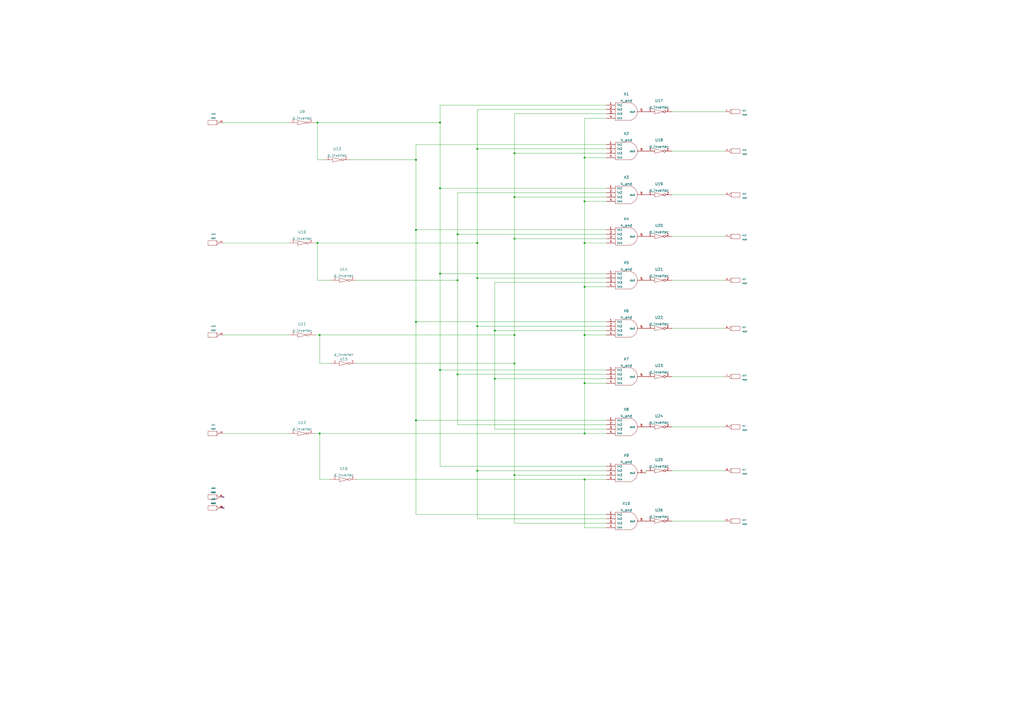
<source format=kicad_sch>
(kicad_sch (version 20211123) (generator eeschema)
  (paper "A2")
  (lib_symbols
    (symbol "eSim_Digital:d_inverter" (pin_names (offset 1.016))
      (property "Reference" "U" (at 0 -2.54 0))
      (property "Value" "d_inverter" (at 0 3.81 0))
      (symbol "d_inverter_0_1"
        (polyline (pts (xy -2.54 1.27) (xy -2.54 -1.27) (xy 2.54 0) (xy -2.54 1.27)))
      )
      (symbol "d_inverter_1_1"
        (pin input line (at -7.62 0 0) (length 5.08) (name "~") (number "1"))
        (pin output inverted (at 7.62 0 180) (length 5.08) (name "~") (number "2"))
      )
    )
    (symbol "eSim_Miscellaneous:PORT" (pin_names (offset 1.016))
      (property "Reference" "U" (at 1.27 2.54 0))
      (property "Value" "PORT" (at 0 0 0))
      (symbol "PORT_0_1"
        (rectangle (start -2.54 1.27) (end 2.54 -1.27))
        (arc (start 2.54 1.27) (mid 3.1355 0.5955) (end 3.81 0))
        (arc (start 3.81 0) (mid 3.1447 -0.6046) (end 2.54 -1.27))
      )
      (symbol "PORT_1_1"
        (pin bidirectional line (at 6.35 0 180) (length 2.54) (name "~") (number "1"))
      )
      (symbol "PORT_2_1"
        (pin bidirectional line (at 6.35 0 180) (length 2.54) (name "~") (number "2"))
      )
      (symbol "PORT_3_1"
        (pin bidirectional line (at 6.35 0 180) (length 2.54) (name "~") (number "3"))
      )
      (symbol "PORT_4_1"
        (pin bidirectional line (at 6.35 0 180) (length 2.54) (name "~") (number "4"))
      )
      (symbol "PORT_5_1"
        (pin bidirectional line (at 6.35 0 180) (length 2.54) (name "~") (number "5"))
      )
      (symbol "PORT_6_1"
        (pin bidirectional line (at 6.35 0 180) (length 2.54) (name "~") (number "6"))
      )
      (symbol "PORT_7_1"
        (pin bidirectional line (at 6.35 0 180) (length 2.54) (name "~") (number "7"))
      )
      (symbol "PORT_8_1"
        (pin bidirectional line (at 6.35 0 180) (length 2.54) (name "~") (number "8"))
      )
      (symbol "PORT_9_1"
        (pin bidirectional line (at 6.35 0 180) (length 2.54) (name "~") (number "9"))
      )
      (symbol "PORT_10_1"
        (pin bidirectional line (at 6.35 0 180) (length 2.54) (name "~") (number "10"))
      )
      (symbol "PORT_11_1"
        (pin bidirectional line (at 6.35 0 180) (length 2.54) (name "~") (number "11"))
      )
      (symbol "PORT_12_1"
        (pin bidirectional line (at 6.35 0 180) (length 2.54) (name "~") (number "12"))
      )
      (symbol "PORT_13_1"
        (pin bidirectional line (at 6.35 0 180) (length 2.54) (name "~") (number "13"))
      )
      (symbol "PORT_14_1"
        (pin bidirectional line (at 6.35 0 180) (length 2.54) (name "~") (number "14"))
      )
      (symbol "PORT_15_1"
        (pin bidirectional line (at 6.35 0 180) (length 2.54) (name "~") (number "15"))
      )
      (symbol "PORT_16_1"
        (pin bidirectional line (at 6.35 0 180) (length 2.54) (name "~") (number "16"))
      )
      (symbol "PORT_17_1"
        (pin bidirectional line (at 6.35 0 180) (length 2.54) (name "~") (number "17"))
      )
      (symbol "PORT_18_1"
        (pin bidirectional line (at 6.35 0 180) (length 2.54) (name "~") (number "18"))
      )
      (symbol "PORT_19_1"
        (pin bidirectional line (at 6.35 0 180) (length 2.54) (name "~") (number "19"))
      )
      (symbol "PORT_20_1"
        (pin bidirectional line (at 6.35 0 180) (length 2.54) (name "~") (number "20"))
      )
      (symbol "PORT_21_1"
        (pin bidirectional line (at 6.35 0 180) (length 2.54) (name "~") (number "21"))
      )
      (symbol "PORT_22_1"
        (pin bidirectional line (at 6.35 0 180) (length 2.54) (name "~") (number "22"))
      )
      (symbol "PORT_23_1"
        (pin bidirectional line (at 6.35 0 180) (length 2.54) (name "~") (number "23"))
      )
      (symbol "PORT_24_1"
        (pin bidirectional line (at 6.35 0 180) (length 2.54) (name "~") (number "24"))
      )
      (symbol "PORT_25_1"
        (pin bidirectional line (at 6.35 0 180) (length 2.54) (name "~") (number "25"))
      )
      (symbol "PORT_26_1"
        (pin bidirectional line (at 6.35 0 180) (length 2.54) (name "~") (number "26"))
      )
    )
    (symbol "eSim_Subckt:4_and" (pin_names (offset 1.016))
      (property "Reference" "X" (at 1.27 -1.27 0))
      (property "Value" "4_and" (at 2.54 2.54 0))
      (symbol "4_and_0_1"
        (polyline (pts (xy -5.08 5.08) (xy 3.81 5.08)))
        (polyline (pts (xy -5.08 5.08) (xy -5.08 -5.08) (xy 1.27 -5.08) (xy 3.81 -5.08)))
        (arc (start 3.81 -5.08) (mid 7.7763 0) (end 3.81 5.08))
      )
      (symbol "4_and_1_1"
        (pin input line (at -10.16 3.81 0) (length 5.08) (name "in1") (number "1"))
        (pin input line (at -10.16 1.27 0) (length 5.08) (name "in2") (number "2"))
        (pin input line (at -10.16 -1.27 0) (length 5.08) (name "in3") (number "3"))
        (pin input line (at -10.16 -3.81 0) (length 5.08) (name "in4") (number "4"))
        (pin output line (at 12.7 0 180) (length 5.08) (name "out") (number "5"))
      )
    )
  )
  (junction (at 276.86 86.36))
  (junction (at 298.45 88.9))
  (junction (at 265.43 162.56))
  (junction (at 255.27 214.63))
  (junction (at 339.09 166.37))
  (junction (at 276.86 161.29))
  (junction (at 339.09 194.31))
  (junction (at 276.86 140.97))
  (junction (at 298.45 194.31))
  (junction (at 287.02 191.77))
  (junction (at 339.09 251.46))
  (junction (at 185.42 194.31))
  (junction (at 298.45 114.3))
  (junction (at 265.43 217.17))
  (junction (at 255.27 109.22))
  (junction (at 241.3 133.35))
  (junction (at 241.3 243.84))
  (junction (at 255.27 71.12))
  (junction (at 255.27 158.75))
  (junction (at 298.45 210.82))
  (junction (at 339.09 91.44))
  (junction (at 276.86 273.05))
  (junction (at 184.15 71.12))
  (junction (at 339.09 278.13))
  (junction (at 339.09 140.97))
  (junction (at 184.15 140.97))
  (junction (at 265.43 135.89))
  (junction (at 241.3 186.69))
  (junction (at 276.86 189.23))
  (junction (at 241.3 92.71))
  (junction (at 339.09 222.25))
  (junction (at 298.45 138.43))
  (junction (at 298.45 275.59))
  (junction (at 287.02 219.71))
  (junction (at 185.42 251.46))
  (junction (at 339.09 116.84))
  (no_connect (at 129.54 294.64))
  (no_connect (at 129.54 288.29))
  (wire (pts (xy 276.86 189.23) (xy 351.79 189.23)))
  (wire (pts (xy 339.09 306.07) (xy 339.09 278.13)))
  (wire (pts (xy 389.89 113.03) (xy 420.37 113.03)))
  (wire (pts (xy 265.43 246.38) (xy 351.79 246.38)))
  (wire (pts (xy 339.09 116.84) (xy 351.79 116.84)))
  (wire (pts (xy 184.15 71.12) (xy 255.27 71.12)))
  (wire (pts (xy 339.09 116.84) (xy 339.09 140.97)))
  (wire (pts (xy 191.77 210.82) (xy 185.42 210.82)))
  (wire (pts (xy 298.45 275.59) (xy 298.45 210.82)))
  (wire (pts (xy 265.43 162.56) (xy 265.43 217.17)))
  (wire (pts (xy 184.15 140.97) (xy 184.15 162.56)))
  (wire (pts (xy 351.79 88.9) (xy 298.45 88.9)))
  (wire (pts (xy 287.02 191.77) (xy 287.02 219.71)))
  (wire (pts (xy 241.3 92.71) (xy 241.3 133.35)))
  (wire (pts (xy 255.27 270.51) (xy 351.79 270.51)))
  (wire (pts (xy 339.09 166.37) (xy 351.79 166.37)))
  (wire (pts (xy 298.45 210.82) (xy 298.45 194.31)))
  (wire (pts (xy 182.88 140.97) (xy 184.15 140.97)))
  (wire (pts (xy 255.27 158.75) (xy 255.27 214.63)))
  (wire (pts (xy 287.02 219.71) (xy 287.02 248.92)))
  (wire (pts (xy 351.79 138.43) (xy 298.45 138.43)))
  (wire (pts (xy 276.86 300.99) (xy 351.79 300.99)))
  (wire (pts (xy 185.42 210.82) (xy 185.42 194.31)))
  (wire (pts (xy 207.01 162.56) (xy 265.43 162.56)))
  (wire (pts (xy 389.89 273.05) (xy 420.37 273.05)))
  (wire (pts (xy 185.42 251.46) (xy 339.09 251.46)))
  (wire (pts (xy 339.09 194.31) (xy 339.09 222.25)))
  (wire (pts (xy 339.09 222.25) (xy 339.09 251.46)))
  (wire (pts (xy 339.09 278.13) (xy 351.79 278.13)))
  (wire (pts (xy 265.43 135.89) (xy 265.43 162.56)))
  (wire (pts (xy 389.89 218.44) (xy 420.37 218.44)))
  (wire (pts (xy 351.79 60.96) (xy 255.27 60.96)))
  (wire (pts (xy 207.01 278.13) (xy 339.09 278.13)))
  (wire (pts (xy 255.27 109.22) (xy 255.27 158.75)))
  (wire (pts (xy 191.77 162.56) (xy 184.15 162.56)))
  (wire (pts (xy 339.09 140.97) (xy 351.79 140.97)))
  (wire (pts (xy 276.86 189.23) (xy 276.86 273.05)))
  (wire (pts (xy 374.65 274.32) (xy 374.65 273.05)))
  (wire (pts (xy 276.86 140.97) (xy 276.86 161.29)))
  (wire (pts (xy 265.43 111.76) (xy 265.43 135.89)))
  (wire (pts (xy 339.09 251.46) (xy 351.79 251.46)))
  (wire (pts (xy 351.79 303.53) (xy 298.45 303.53)))
  (wire (pts (xy 255.27 71.12) (xy 255.27 109.22)))
  (wire (pts (xy 389.89 137.16) (xy 420.37 137.16)))
  (wire (pts (xy 265.43 135.89) (xy 351.79 135.89)))
  (wire (pts (xy 339.09 91.44) (xy 351.79 91.44)))
  (wire (pts (xy 287.02 163.83) (xy 287.02 191.77)))
  (wire (pts (xy 129.54 194.31) (xy 167.64 194.31)))
  (wire (pts (xy 351.79 86.36) (xy 276.86 86.36)))
  (wire (pts (xy 241.3 133.35) (xy 241.3 186.69)))
  (wire (pts (xy 255.27 60.96) (xy 255.27 71.12)))
  (wire (pts (xy 185.42 251.46) (xy 185.42 278.13)))
  (wire (pts (xy 182.88 71.12) (xy 184.15 71.12)))
  (wire (pts (xy 298.45 303.53) (xy 298.45 275.59)))
  (wire (pts (xy 129.54 140.97) (xy 167.64 140.97)))
  (wire (pts (xy 241.3 186.69) (xy 241.3 243.84)))
  (wire (pts (xy 389.89 64.77) (xy 420.37 64.77)))
  (wire (pts (xy 241.3 243.84) (xy 241.3 298.45)))
  (wire (pts (xy 351.79 68.58) (xy 339.09 68.58)))
  (wire (pts (xy 255.27 109.22) (xy 351.79 109.22)))
  (wire (pts (xy 182.88 251.46) (xy 185.42 251.46)))
  (wire (pts (xy 298.45 275.59) (xy 351.79 275.59)))
  (wire (pts (xy 339.09 91.44) (xy 339.09 116.84)))
  (wire (pts (xy 184.15 92.71) (xy 184.15 71.12)))
  (wire (pts (xy 207.01 210.82) (xy 298.45 210.82)))
  (wire (pts (xy 339.09 68.58) (xy 339.09 91.44)))
  (wire (pts (xy 351.79 222.25) (xy 339.09 222.25)))
  (wire (pts (xy 241.3 243.84) (xy 351.79 243.84)))
  (wire (pts (xy 351.79 83.82) (xy 241.3 83.82)))
  (wire (pts (xy 241.3 186.69) (xy 351.79 186.69)))
  (wire (pts (xy 298.45 88.9) (xy 298.45 114.3)))
  (wire (pts (xy 351.79 163.83) (xy 287.02 163.83)))
  (wire (pts (xy 276.86 86.36) (xy 276.86 140.97)))
  (wire (pts (xy 339.09 194.31) (xy 351.79 194.31)))
  (wire (pts (xy 298.45 114.3) (xy 298.45 138.43)))
  (wire (pts (xy 389.89 302.26) (xy 420.37 302.26)))
  (wire (pts (xy 351.79 306.07) (xy 339.09 306.07)))
  (wire (pts (xy 389.89 162.56) (xy 420.37 162.56)))
  (wire (pts (xy 298.45 138.43) (xy 298.45 194.31)))
  (wire (pts (xy 339.09 166.37) (xy 339.09 194.31)))
  (wire (pts (xy 276.86 63.5) (xy 276.86 86.36)))
  (wire (pts (xy 185.42 194.31) (xy 298.45 194.31)))
  (wire (pts (xy 276.86 273.05) (xy 276.86 300.99)))
  (wire (pts (xy 298.45 66.04) (xy 351.79 66.04)))
  (wire (pts (xy 287.02 248.92) (xy 351.79 248.92)))
  (wire (pts (xy 298.45 66.04) (xy 298.45 88.9)))
  (wire (pts (xy 351.79 219.71) (xy 287.02 219.71)))
  (wire (pts (xy 351.79 111.76) (xy 265.43 111.76)))
  (wire (pts (xy 129.54 71.12) (xy 167.64 71.12)))
  (wire (pts (xy 389.89 190.5) (xy 420.37 190.5)))
  (wire (pts (xy 298.45 114.3) (xy 351.79 114.3)))
  (wire (pts (xy 191.77 278.13) (xy 185.42 278.13)))
  (wire (pts (xy 184.15 140.97) (xy 276.86 140.97)))
  (wire (pts (xy 241.3 298.45) (xy 351.79 298.45)))
  (wire (pts (xy 389.89 87.63) (xy 420.37 87.63)))
  (wire (pts (xy 255.27 158.75) (xy 351.79 158.75)))
  (wire (pts (xy 339.09 140.97) (xy 339.09 166.37)))
  (wire (pts (xy 255.27 214.63) (xy 351.79 214.63)))
  (wire (pts (xy 129.54 251.46) (xy 167.64 251.46)))
  (wire (pts (xy 241.3 83.82) (xy 241.3 92.71)))
  (wire (pts (xy 182.88 194.31) (xy 185.42 194.31)))
  (wire (pts (xy 351.79 191.77) (xy 287.02 191.77)))
  (wire (pts (xy 276.86 161.29) (xy 276.86 189.23)))
  (wire (pts (xy 265.43 217.17) (xy 265.43 246.38)))
  (wire (pts (xy 187.96 92.71) (xy 184.15 92.71)))
  (wire (pts (xy 351.79 161.29) (xy 276.86 161.29)))
  (wire (pts (xy 389.89 247.65) (xy 420.37 247.65)))
  (wire (pts (xy 255.27 214.63) (xy 255.27 270.51)))
  (wire (pts (xy 351.79 63.5) (xy 276.86 63.5)))
  (wire (pts (xy 203.2 92.71) (xy 241.3 92.71)))
  (wire (pts (xy 276.86 273.05) (xy 351.79 273.05)))
  (wire (pts (xy 265.43 217.17) (xy 351.79 217.17)))
  (wire (pts (xy 241.3 133.35) (xy 351.79 133.35)))
  (symbol (lib_id "eSim_Subckt:4_and") (at 361.95 190.5 0) (unit 1)
    (property "Reference" "X6" (at 363.2981 180.34 0) (effects (font (size 1.524 1.524))))
    (property "Value" "4_and" (at 363.2981 184.15 0) (effects (font (size 1.524 1.524))))
  )
  (symbol (lib_id "eSim_Digital:d_inverter") (at 195.58 92.71 0) (unit 1)
    (property "Reference" "U13" (at 195.58 86.36 0) (effects (font (size 1.524 1.524))))
    (property "Value" "d_inverter" (at 195.58 90.17 0) (effects (font (size 1.524 1.524))))
  )
  (symbol (lib_id "eSim_Miscellaneous:PORT") (at 123.19 294.64 0) (unit 16)
    (property "Reference" "U1" (at 123.825 289.56 0) (effects (font (size 0.762 0.762))))
    (property "Value" "PORT" (at 123.825 292.1 0) (effects (font (size 0.762 0.762))))
  )
  (symbol (lib_id "eSim_Miscellaneous:PORT") (at 426.72 247.65 180) (unit 9)
    (property "Reference" "U1" (at 430.53 247.015 0) (effects (font (size 0.762 0.762)) (justify right)))
    (property "Value" "PORT" (at 430.53 249.555 0) (effects (font (size 0.762 0.762)) (justify right)))
  )
  (symbol (lib_id "eSim_Digital:d_inverter") (at 382.27 190.5 0) (unit 1)
    (property "Reference" "U22" (at 382.27 184.15 0) (effects (font (size 1.524 1.524))))
    (property "Value" "d_inverter" (at 382.27 187.96 0) (effects (font (size 1.524 1.524))))
  )
  (symbol (lib_id "eSim_Digital:d_inverter") (at 382.27 302.26 0) (unit 1)
    (property "Reference" "U26" (at 382.27 295.91 0) (effects (font (size 1.524 1.524))))
    (property "Value" "d_inverter" (at 382.27 299.72 0) (effects (font (size 1.524 1.524))))
  )
  (symbol (lib_id "eSim_Miscellaneous:PORT") (at 426.72 190.5 180) (unit 6)
    (property "Reference" "U1" (at 430.53 189.865 0) (effects (font (size 0.762 0.762)) (justify right)))
    (property "Value" "PORT" (at 430.53 192.405 0) (effects (font (size 0.762 0.762)) (justify right)))
  )
  (symbol (lib_id "eSim_Subckt:4_and") (at 361.95 113.03 0) (unit 1)
    (property "Reference" "X3" (at 363.2981 102.87 0) (effects (font (size 1.524 1.524))))
    (property "Value" "4_and" (at 363.2981 106.68 0) (effects (font (size 1.524 1.524))))
  )
  (symbol (lib_id "eSim_Miscellaneous:PORT") (at 426.72 273.05 180) (unit 10)
    (property "Reference" "U1" (at 430.53 272.415 0) (effects (font (size 0.762 0.762)) (justify right)))
    (property "Value" "PORT" (at 430.53 274.955 0) (effects (font (size 0.762 0.762)) (justify right)))
  )
  (symbol (lib_id "eSim_Digital:d_inverter") (at 199.39 210.82 0) (unit 1)
    (property "Reference" "U15" (at 199.39 208.28 0) (effects (font (size 1.524 1.524))))
    (property "Value" "d_inverter" (at 199.39 205.74 0) (effects (font (size 1.524 1.524))))
  )
  (symbol (lib_id "eSim_Subckt:4_and") (at 361.95 274.32 0) (unit 1)
    (property "Reference" "X9" (at 363.2981 264.16 0) (effects (font (size 1.524 1.524))))
    (property "Value" "4_and" (at 363.2981 267.97 0) (effects (font (size 1.524 1.524))))
  )
  (symbol (lib_id "eSim_Miscellaneous:PORT") (at 426.72 87.63 180) (unit 2)
    (property "Reference" "U1" (at 430.53 86.995 0) (effects (font (size 0.762 0.762)) (justify right)))
    (property "Value" "PORT" (at 430.53 89.535 0) (effects (font (size 0.762 0.762)) (justify right)))
  )
  (symbol (lib_id "eSim_Miscellaneous:PORT") (at 123.19 194.31 0) (unit 13)
    (property "Reference" "U1" (at 123.825 189.23 0) (effects (font (size 0.762 0.762))))
    (property "Value" "PORT" (at 123.825 191.77 0) (effects (font (size 0.762 0.762))))
  )
  (symbol (lib_id "eSim_Digital:d_inverter") (at 382.27 87.63 0) (unit 1)
    (property "Reference" "U18" (at 382.27 81.28 0) (effects (font (size 1.524 1.524))))
    (property "Value" "d_inverter" (at 382.27 85.09 0) (effects (font (size 1.524 1.524))))
  )
  (symbol (lib_id "eSim_Subckt:4_and") (at 361.95 162.56 0) (unit 1)
    (property "Reference" "X5" (at 363.2981 152.4 0) (effects (font (size 1.524 1.524))))
    (property "Value" "4_and" (at 363.2981 156.21 0) (effects (font (size 1.524 1.524))))
  )
  (symbol (lib_id "eSim_Miscellaneous:PORT") (at 123.19 71.12 0) (unit 15)
    (property "Reference" "U1" (at 123.825 66.04 0) (effects (font (size 0.762 0.762))))
    (property "Value" "PORT" (at 123.825 68.58 0) (effects (font (size 0.762 0.762))))
  )
  (symbol (lib_id "eSim_Digital:d_inverter") (at 175.26 140.97 0) (unit 1)
    (property "Reference" "U10" (at 175.26 134.62 0) (effects (font (size 1.524 1.524))))
    (property "Value" "d_inverter" (at 175.26 138.43 0) (effects (font (size 1.524 1.524))))
  )
  (symbol (lib_id "eSim_Digital:d_inverter") (at 382.27 113.03 0) (unit 1)
    (property "Reference" "U19" (at 382.27 106.68 0) (effects (font (size 1.524 1.524))))
    (property "Value" "d_inverter" (at 382.27 110.49 0) (effects (font (size 1.524 1.524))))
  )
  (symbol (lib_id "eSim_Digital:d_inverter") (at 175.26 194.31 0) (unit 1)
    (property "Reference" "U11" (at 175.26 187.96 0) (effects (font (size 1.524 1.524))))
    (property "Value" "d_inverter" (at 175.26 191.77 0) (effects (font (size 1.524 1.524))))
  )
  (symbol (lib_id "eSim_Digital:d_inverter") (at 382.27 247.65 0) (unit 1)
    (property "Reference" "U24" (at 382.27 241.3 0) (effects (font (size 1.524 1.524))))
    (property "Value" "d_inverter" (at 382.27 245.11 0) (effects (font (size 1.524 1.524))))
  )
  (symbol (lib_id "eSim_Digital:d_inverter") (at 199.39 162.56 0) (unit 1)
    (property "Reference" "U14" (at 199.39 156.21 0) (effects (font (size 1.524 1.524))))
    (property "Value" "d_inverter" (at 199.39 160.02 0) (effects (font (size 1.524 1.524))))
  )
  (symbol (lib_id "eSim_Digital:d_inverter") (at 382.27 218.44 0) (unit 1)
    (property "Reference" "U23" (at 382.27 212.09 0) (effects (font (size 1.524 1.524))))
    (property "Value" "d_inverter" (at 382.27 215.9 0) (effects (font (size 1.524 1.524))))
  )
  (symbol (lib_id "eSim_Digital:d_inverter") (at 175.26 251.46 0) (unit 1)
    (property "Reference" "U12" (at 175.26 245.11 0) (effects (font (size 1.524 1.524))))
    (property "Value" "d_inverter" (at 175.26 248.92 0) (effects (font (size 1.524 1.524))))
  )
  (symbol (lib_id "eSim_Digital:d_inverter") (at 382.27 64.77 0) (unit 1)
    (property "Reference" "U17" (at 382.27 58.42 0) (effects (font (size 1.524 1.524))))
    (property "Value" "d_inverter" (at 382.27 62.23 0) (effects (font (size 1.524 1.524))))
  )
  (symbol (lib_id "eSim_Subckt:4_and") (at 361.95 218.44 0) (unit 1)
    (property "Reference" "X7" (at 363.2981 208.28 0) (effects (font (size 1.524 1.524))))
    (property "Value" "4_and" (at 363.2981 212.09 0) (effects (font (size 1.524 1.524))))
  )
  (symbol (lib_id "eSim_Digital:d_inverter") (at 382.27 162.56 0) (unit 1)
    (property "Reference" "U21" (at 382.27 156.21 0) (effects (font (size 1.524 1.524))))
    (property "Value" "d_inverter" (at 382.27 160.02 0) (effects (font (size 1.524 1.524))))
  )
  (symbol (lib_id "eSim_Subckt:4_and") (at 361.95 302.26 0) (unit 1)
    (property "Reference" "X10" (at 363.2981 292.1 0) (effects (font (size 1.524 1.524))))
    (property "Value" "4_and" (at 363.2981 295.91 0) (effects (font (size 1.524 1.524))))
  )
  (symbol (lib_id "eSim_Subckt:4_and") (at 361.95 64.77 0) (unit 1)
    (property "Reference" "X1" (at 363.2981 54.61 0) (effects (font (size 1.524 1.524))))
    (property "Value" "4_and" (at 363.2981 58.42 0) (effects (font (size 1.524 1.524))))
  )
  (symbol (lib_id "eSim_Miscellaneous:PORT") (at 123.19 251.46 0) (unit 12)
    (property "Reference" "U1" (at 123.825 246.38 0) (effects (font (size 0.762 0.762))))
    (property "Value" "PORT" (at 123.825 248.92 0) (effects (font (size 0.762 0.762))))
  )
  (symbol (lib_id "eSim_Miscellaneous:PORT") (at 426.72 302.26 180) (unit 11)
    (property "Reference" "U1" (at 430.53 301.625 0) (effects (font (size 0.762 0.762)) (justify right)))
    (property "Value" "PORT" (at 430.53 304.165 0) (effects (font (size 0.762 0.762)) (justify right)))
  )
  (symbol (lib_id "eSim_Miscellaneous:PORT") (at 426.72 113.03 180) (unit 3)
    (property "Reference" "U1" (at 430.53 112.395 0) (effects (font (size 0.762 0.762)) (justify right)))
    (property "Value" "PORT" (at 430.53 114.935 0) (effects (font (size 0.762 0.762)) (justify right)))
  )
  (symbol (lib_id "eSim_Miscellaneous:PORT") (at 426.72 64.77 180) (unit 1)
    (property "Reference" "U1" (at 430.53 64.135 0) (effects (font (size 0.762 0.762)) (justify right)))
    (property "Value" "PORT" (at 430.53 66.675 0) (effects (font (size 0.762 0.762)) (justify right)))
  )
  (symbol (lib_id "eSim_Digital:d_inverter") (at 175.26 71.12 0) (unit 1)
    (property "Reference" "U9" (at 175.26 64.77 0) (effects (font (size 1.524 1.524))))
    (property "Value" "d_inverter" (at 175.26 68.58 0) (effects (font (size 1.524 1.524))))
  )
  (symbol (lib_id "eSim_Miscellaneous:PORT") (at 123.19 288.29 0) (unit 8)
    (property "Reference" "U1" (at 123.825 283.21 0) (effects (font (size 0.762 0.762))))
    (property "Value" "PORT" (at 123.825 285.75 0) (effects (font (size 0.762 0.762))))
  )
  (symbol (lib_id "eSim_Subckt:4_and") (at 361.95 87.63 0) (unit 1)
    (property "Reference" "X2" (at 363.2981 77.47 0) (effects (font (size 1.524 1.524))))
    (property "Value" "4_and" (at 363.2981 81.28 0) (effects (font (size 1.524 1.524))))
  )
  (symbol (lib_id "eSim_Digital:d_inverter") (at 382.27 273.05 0) (unit 1)
    (property "Reference" "U25" (at 382.27 266.7 0) (effects (font (size 1.524 1.524))))
    (property "Value" "d_inverter" (at 382.27 270.51 0) (effects (font (size 1.524 1.524))))
  )
  (symbol (lib_id "eSim_Digital:d_inverter") (at 382.27 137.16 0) (unit 1)
    (property "Reference" "U20" (at 382.27 130.81 0) (effects (font (size 1.524 1.524))))
    (property "Value" "d_inverter" (at 382.27 134.62 0) (effects (font (size 1.524 1.524))))
  )
  (symbol (lib_id "eSim_Miscellaneous:PORT") (at 426.72 162.56 180) (unit 5)
    (property "Reference" "U1" (at 430.53 161.925 0) (effects (font (size 0.762 0.762)) (justify right)))
    (property "Value" "PORT" (at 430.53 164.465 0) (effects (font (size 0.762 0.762)) (justify right)))
  )
  (symbol (lib_id "eSim_Digital:d_inverter") (at 199.39 278.13 0) (unit 1)
    (property "Reference" "U16" (at 199.39 271.78 0) (effects (font (size 1.524 1.524))))
    (property "Value" "d_inverter" (at 199.39 275.59 0) (effects (font (size 1.524 1.524))))
  )
  (symbol (lib_id "eSim_Subckt:4_and") (at 361.95 137.16 0) (unit 1)
    (property "Reference" "X4" (at 363.2981 127 0) (effects (font (size 1.524 1.524))))
    (property "Value" "4_and" (at 363.2981 130.81 0) (effects (font (size 1.524 1.524))))
  )
  (symbol (lib_id "eSim_Miscellaneous:PORT") (at 123.19 140.97 0) (unit 14)
    (property "Reference" "U1" (at 123.825 135.89 0) (effects (font (size 0.762 0.762))))
    (property "Value" "PORT" (at 123.825 138.43 0) (effects (font (size 0.762 0.762))))
  )
  (symbol (lib_id "eSim_Subckt:4_and") (at 361.95 247.65 0) (unit 1)
    (property "Reference" "X8" (at 363.2981 237.49 0) (effects (font (size 1.524 1.524))))
    (property "Value" "4_and" (at 363.2981 241.3 0) (effects (font (size 1.524 1.524))))
  )
  (symbol (lib_id "eSim_Miscellaneous:PORT") (at 426.72 218.44 180) (unit 7)
    (property "Reference" "U1" (at 430.53 217.805 0) (effects (font (size 0.762 0.762)) (justify right)))
    (property "Value" "PORT" (at 430.53 220.345 0) (effects (font (size 0.762 0.762)) (justify right)))
  )
  (symbol (lib_id "eSim_Miscellaneous:PORT") (at 426.72 137.16 180) (unit 4)
    (property "Reference" "U1" (at 430.53 136.525 0) (effects (font (size 0.762 0.762)) (justify right)))
    (property "Value" "PORT" (at 430.53 139.065 0) (effects (font (size 0.762 0.762)) (justify right)))
  )
)
</source>
